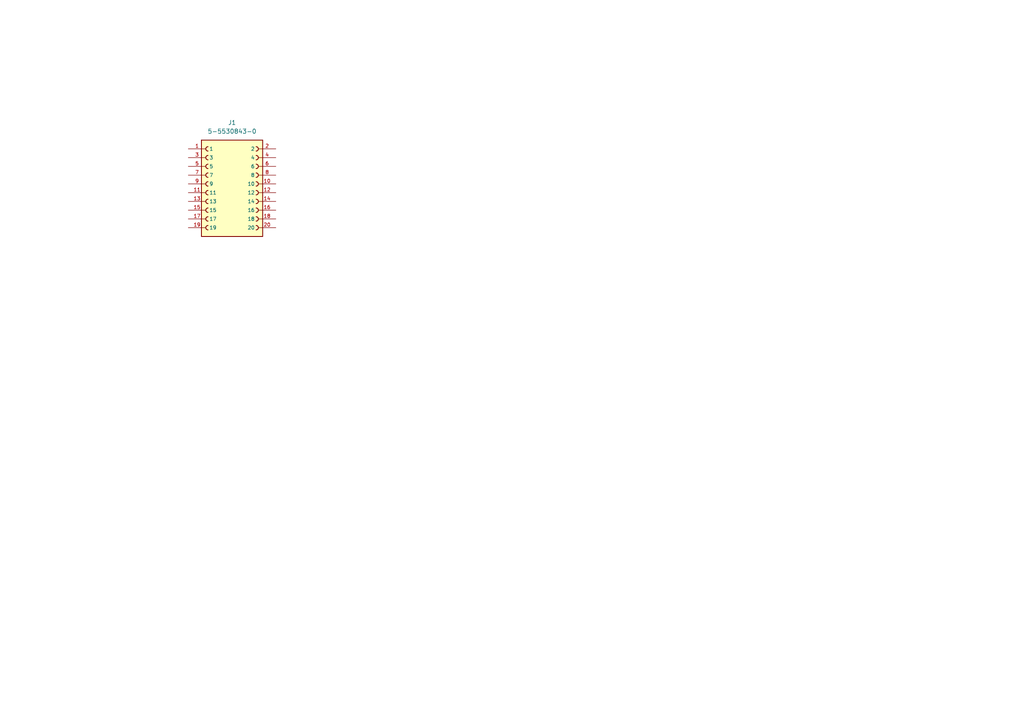
<source format=kicad_sch>
(kicad_sch (version 20231120) (generator "eeschema") (generator_version "8.0")
  (paper "A4")
  (lib_symbols
    (symbol "5-5530843-0:5-5530843-0" (pin_names (offset 1.016))
      (property "Reference" "J" (at -10.16 16.51 0))
      (property "Value" "5-5530843-0" (at -10.16 -15.24 0))
      (symbol "5-5530843-0_0_0"
        (rectangle (start -8.89 -12.7) (end 8.89 15.24) (stroke (width 0.254)) (fill (type background)))
        (arc (start -6.985 -9.525) (mid -7.6172 -10.16) (end -6.985 -10.795) (stroke (width 0.254)))
        (arc (start -6.985 -6.985) (mid -7.6172 -7.62) (end -6.985 -8.255) (stroke (width 0.254)))
        (arc (start -6.985 -4.445) (mid -7.6172 -5.08) (end -6.985 -5.715) (stroke (width 0.254)))
        (arc (start -6.985 -1.905) (mid -7.6172 -2.54) (end -6.985 -3.175) (stroke (width 0.254)))
        (arc (start -6.985 0.635) (mid -7.6172 0) (end -6.985 -0.635) (stroke (width 0.254)))
        (arc (start -6.985 3.175) (mid -7.6172 2.54) (end -6.985 1.905) (stroke (width 0.254)))
        (arc (start -6.985 5.715) (mid -7.6172 5.08) (end -6.985 4.445) (stroke (width 0.254)))
        (arc (start -6.985 8.255) (mid -7.6172 7.62) (end -6.985 6.985) (stroke (width 0.254)))
        (arc (start -6.985 10.795) (mid -7.6172 10.16) (end -6.985 9.525) (stroke (width 0.254)))
        (arc (start -6.985 13.335) (mid -7.6172 12.7) (end -6.985 12.065) (stroke (width 0.254)))
        (arc (start 6.985 -10.795) (mid 7.6172 -10.16) (end 6.985 -9.525) (stroke (width 0.254)))
        (arc (start 6.985 -8.255) (mid 7.6172 -7.62) (end 6.985 -6.985) (stroke (width 0.254)))
        (arc (start 6.985 -5.715) (mid 7.6172 -5.08) (end 6.985 -4.445) (stroke (width 0.254)))
        (arc (start 6.985 -3.175) (mid 7.6172 -2.54) (end 6.985 -1.905) (stroke (width 0.254)))
        (arc (start 6.985 -0.635) (mid 7.6172 0) (end 6.985 0.635) (stroke (width 0.254)))
        (arc (start 6.985 1.905) (mid 7.6172 2.54) (end 6.985 3.175) (stroke (width 0.254)))
        (arc (start 6.985 4.445) (mid 7.6172 5.08) (end 6.985 5.715) (stroke (width 0.254)))
        (arc (start 6.985 6.985) (mid 7.6172 7.62) (end 6.985 8.255) (stroke (width 0.254)))
        (arc (start 6.985 9.525) (mid 7.6172 10.16) (end 6.985 10.795) (stroke (width 0.254)))
        (arc (start 6.985 12.065) (mid 7.6172 12.7) (end 6.985 13.335) (stroke (width 0.254)))
        (pin passive line (at -12.7 12.7 0) (length 5.08) (name "1") (number "1"))
        (pin passive line (at 12.7 2.54 180) (length 5.08) (name "10") (number "10"))
        (pin passive line (at -12.7 0 0) (length 5.08) (name "11") (number "11"))
        (pin passive line (at 12.7 0 180) (length 5.08) (name "12") (number "12"))
        (pin passive line (at -12.7 -2.54 0) (length 5.08) (name "13") (number "13"))
        (pin passive line (at 12.7 -2.54 180) (length 5.08) (name "14") (number "14"))
        (pin passive line (at -12.7 -5.08 0) (length 5.08) (name "15") (number "15"))
        (pin passive line (at 12.7 -5.08 180) (length 5.08) (name "16") (number "16"))
        (pin passive line (at -12.7 -7.62 0) (length 5.08) (name "17") (number "17"))
        (pin passive line (at 12.7 -7.62 180) (length 5.08) (name "18") (number "18"))
        (pin passive line (at -12.7 -10.16 0) (length 5.08) (name "19") (number "19"))
        (pin passive line (at 12.7 12.7 180) (length 5.08) (name "2") (number "2"))
        (pin passive line (at 12.7 -10.16 180) (length 5.08) (name "20") (number "20"))
        (pin passive line (at -12.7 10.16 0) (length 5.08) (name "3") (number "3"))
        (pin passive line (at 12.7 10.16 180) (length 5.08) (name "4") (number "4"))
        (pin passive line (at -12.7 7.62 0) (length 5.08) (name "5") (number "5"))
        (pin passive line (at 12.7 7.62 180) (length 5.08) (name "6") (number "6"))
        (pin passive line (at -12.7 5.08 0) (length 5.08) (name "7") (number "7"))
        (pin passive line (at 12.7 5.08 180) (length 5.08) (name "8") (number "8"))
        (pin passive line (at -12.7 2.54 0) (length 5.08) (name "9") (number "9"))
      )
    )
  )
  (symbol (lib_id "5-5530843-0:5-5530843-0") (at 67.31 55.88 0) (unit 1)
    (property "Reference" "J1" (at 67.31 35.56 0))
    (property "Value" "5-5530843-0" (at 67.31 38.1 0))
    (property "Footprint" "5-5530843-0:5-5530843-0" (effects (hide yes)))
    (property "Comment" "5-5530843-0" (effects (hide yes)))
    (property "MF" "TE Connectivity" (effects (hide yes)))
    (property "MAXIMUM_PACKAGE_HEIGHT" "15.5 mm" (effects (hide yes)))
    (property "Package" "None" (effects (hide yes)))
    (property "Purchase-URL" "https://www.snapeda.com/api/url_track_click_mouser/?unipart_id=802197&manufacturer=TE Connectivity&part_name=5-5530843-0&search_term=5-5530843-0" (effects (hide yes)))
    (property "Price" "None" (effects (hide yes)))
    (property "Check_prices" "https://www.snapeda.com/parts/5-5530843-0/TE+Connectivity+AMP+Connectors/view-part/?ref=eda" (effects (hide yes)))
    (property "STANDARD" "Manufacturer Recommendations" (effects (hide yes)))
    (property "PARTREV" "G1" (effects (hide yes)))
    (property "SnapEDA_Link" "https://www.snapeda.com/parts/5-5530843-0/TE+Connectivity+AMP+Connectors/view-part/?ref=snap" (effects (hide yes)))
    (property "MP" "5-5530843-0" (effects (hide yes)))
    (property "EU_RoHS_Compliance" "Compliant" (effects (hide yes)))
    (property "Description_1" "\nCONNECTOR, CARD EDGE, STADARD EDGE II, 10 DUAL POSITIONS, 2.54 MM CENTERLINE | TE Connectivity 5-5530843-0\n" (effects (hide yes)))
    (property "Availability" "In Stock" (effects (hide yes)))
    (property "MANUFACTURER" "TE Connectivity" (effects (hide yes)))
  )
)
</source>
